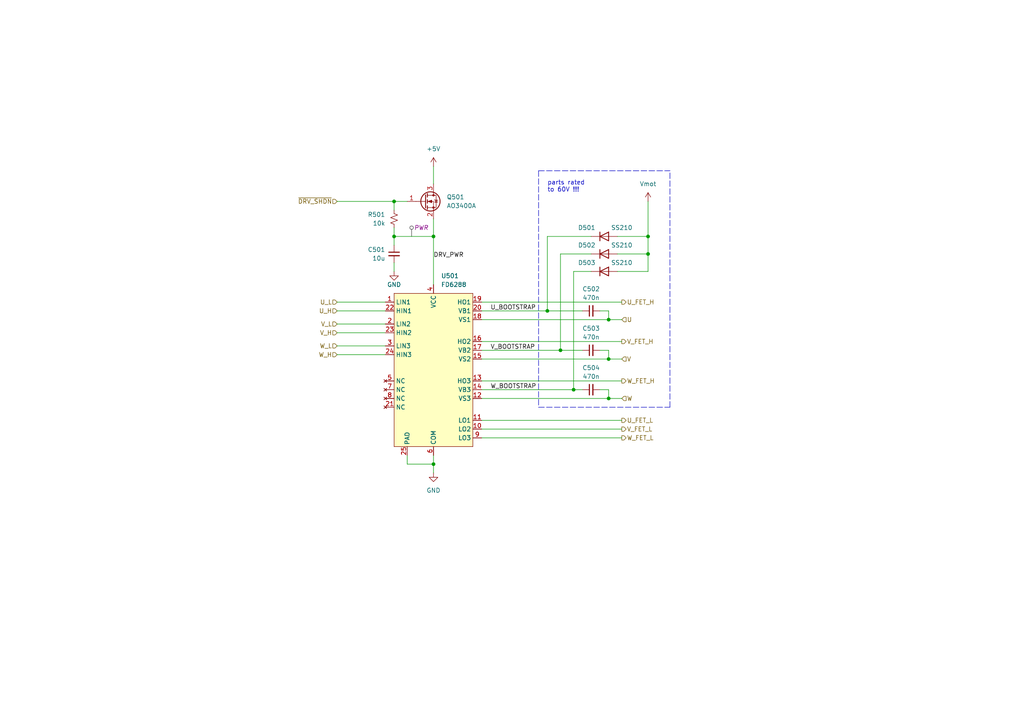
<source format=kicad_sch>
(kicad_sch (version 20230121) (generator eeschema)
  (paper "A4")
  (title_block (title "GATE DRIVER") (date "2023-10-11") (rev "0.1") (company "matei repair lab"))
  (lib_symbols
    (symbol "Device:C_Small" (pin_numbers hide) (pin_names (offset 0.254) hide)
      (property "Reference" "C" (at 0.254 1.778 0))
      (property "Value" "C_Small" (at 0.254 -2.032 0))
      (symbol "C_Small_0_1"
        (polyline (pts (xy -1.524 -0.508) (xy 1.524 -0.508)) (stroke (width 0.3302)))
        (polyline (pts (xy -1.524 0.508) (xy 1.524 0.508)) (stroke (width 0.3048)))
      )
      (symbol "C_Small_1_1"
        (pin passive line (at 0 2.54 270) (length 2.032) (name "~") (number "1"))
        (pin passive line (at 0 -2.54 90) (length 2.032) (name "~") (number "2"))
      )
    )
    (symbol "Device:D" (pin_numbers hide) (pin_names (offset 1.016) hide)
      (property "Reference" "D" (at 0 2.54 0))
      (property "Value" "D" (at 0 -2.54 0))
      (symbol "D_0_1"
        (polyline (pts (xy -1.27 1.27) (xy -1.27 -1.27)) (stroke (width 0.254)))
        (polyline (pts (xy 1.27 0) (xy -1.27 0)))
        (polyline (pts (xy 1.27 1.27) (xy 1.27 -1.27) (xy -1.27 0) (xy 1.27 1.27)) (stroke (width 0.254)))
      )
      (symbol "D_1_1"
        (pin passive line (at -3.81 0 0) (length 2.54) (name "K") (number "1"))
        (pin passive line (at 3.81 0 180) (length 2.54) (name "A") (number "2"))
      )
    )
    (symbol "Device:R_Small_US" (pin_numbers hide) (pin_names (offset 0.254) hide)
      (property "Reference" "R" (at 0.762 0.508 0))
      (property "Value" "R_Small_US" (at 0.762 -1.016 0))
      (symbol "R_Small_US_1_1"
        (polyline (pts (xy 0 0) (xy 1.016 -0.381) (xy 0 -0.762) (xy -1.016 -1.143) (xy 0 -1.524)))
        (polyline (pts (xy 0 1.524) (xy 1.016 1.143) (xy 0 0.762) (xy -1.016 0.381) (xy 0 0)))
        (pin passive line (at 0 2.54 270) (length 1.016) (name "~") (number "1"))
        (pin passive line (at 0 -2.54 90) (length 1.016) (name "~") (number "2"))
      )
    )
    (symbol "Transistor_FET:AO3400A" (pin_names hide)
      (property "Reference" "Q" (at 5.08 1.905 0))
      (property "Value" "AO3400A" (at 5.08 0 0))
      (symbol "AO3400A_0_1"
        (polyline (pts (xy 0.254 0) (xy -2.54 0)))
        (polyline (pts (xy 0.254 1.905) (xy 0.254 -1.905)) (stroke (width 0.254)))
        (polyline (pts (xy 0.762 -1.27) (xy 0.762 -2.286)) (stroke (width 0.254)))
        (polyline (pts (xy 0.762 0.508) (xy 0.762 -0.508)) (stroke (width 0.254)))
        (polyline (pts (xy 0.762 2.286) (xy 0.762 1.27)) (stroke (width 0.254)))
        (polyline (pts (xy 2.54 2.54) (xy 2.54 1.778)))
        (polyline (pts (xy 2.54 -2.54) (xy 2.54 0) (xy 0.762 0)))
        (polyline (pts (xy 0.762 -1.778) (xy 3.302 -1.778) (xy 3.302 1.778) (xy 0.762 1.778)))
        (polyline (pts (xy 1.016 0) (xy 2.032 0.381) (xy 2.032 -0.381) (xy 1.016 0)) (fill (type outline)))
        (polyline (pts (xy 2.794 0.508) (xy 2.921 0.381) (xy 3.683 0.381) (xy 3.81 0.254)))
        (polyline (pts (xy 3.302 0.381) (xy 2.921 -0.254) (xy 3.683 -0.254) (xy 3.302 0.381)))
        (circle (center 1.651 0) (radius 2.794) (stroke (width 0.254)))
        (circle (center 2.54 -1.778) (radius 0.254) (fill (type outline)))
        (circle (center 2.54 1.778) (radius 0.254) (fill (type outline)))
      )
      (symbol "AO3400A_1_1"
        (pin input line (at -5.08 0 0) (length 2.54) (name "G") (number "1"))
        (pin passive line (at 2.54 -5.08 90) (length 2.54) (name "S") (number "2"))
        (pin passive line (at 2.54 5.08 270) (length 2.54) (name "D") (number "3"))
      )
    )
    (symbol "matei:FD6288"
      (property "Reference" "U" (at 0 -7.62 0))
      (property "Value" "FD6288" (at 0 -10.16 0))
      (symbol "FD6288_0_0"
        (pin input line (at -13.97 11.43 0) (length 2.54) (name "LIN1") (number "1"))
        (pin output line (at 13.97 -25.4 180) (length 2.54) (name "LO2") (number "10"))
        (pin output line (at 13.97 -22.86 180) (length 2.54) (name "LO1") (number "11"))
        (pin input line (at 13.97 -16.51 180) (length 2.54) (name "VS3") (number "12"))
        (pin output line (at 13.97 -11.43 180) (length 2.54) (name "HO3") (number "13"))
        (pin input line (at 13.97 -13.97 180) (length 2.54) (name "VB3") (number "14"))
        (pin input line (at 13.97 -5.08 180) (length 2.54) (name "VS2") (number "15"))
        (pin output line (at 13.97 0 180) (length 2.54) (name "HO2") (number "16"))
        (pin input line (at 13.97 -2.54 180) (length 2.54) (name "VB2") (number "17"))
        (pin input line (at 13.97 6.35 180) (length 2.54) (name "VS1") (number "18"))
        (pin output line (at 13.97 11.43 180) (length 2.54) (name "HO1") (number "19"))
        (pin input line (at -13.97 5.08 0) (length 2.54) (name "LIN2") (number "2"))
        (pin input line (at 13.97 8.89 180) (length 2.54) (name "VB1") (number "20"))
        (pin input line (at -13.97 8.89 0) (length 2.54) (name "HIN1") (number "22"))
        (pin input line (at -13.97 2.54 0) (length 2.54) (name "HIN2") (number "23"))
        (pin input line (at -13.97 -3.81 0) (length 2.54) (name "HIN3") (number "24"))
        (pin input line (at -13.97 -1.27 0) (length 2.54) (name "LIN3") (number "3"))
        (pin power_in line (at 0 16.51 270) (length 2.54) (name "VCC") (number "4"))
        (pin power_out line (at 0 -33.02 90) (length 2.54) (name "COM") (number "6"))
        (pin output line (at 13.97 -27.94 180) (length 2.54) (name "LO3") (number "9"))
      )
      (symbol "FD6288_0_1"
        (rectangle (start -11.43 13.97) (end 11.43 -30.48) (fill (type background)))
      )
      (symbol "FD6288_1_0"
        (pin no_connect line (at -13.97 -19.05 0) (length 2.54) (name "NC") (number "21"))
        (pin no_connect line (at -13.97 -11.43 0) (length 2.54) (name "NC") (number "5"))
        (pin no_connect line (at -13.97 -13.97 0) (length 2.54) (name "NC") (number "7"))
        (pin no_connect line (at -13.97 -16.51 0) (length 2.54) (name "NC") (number "8"))
      )
      (symbol "FD6288_1_1"
        (pin power_out line (at -7.62 -33.02 90) (length 2.54) (name "PAD") (number "25"))
      )
    )
    (symbol "matei:Vmot" (power) (pin_names (offset 0))
      (property "Value" "Vmot" (at 0 3.81 0))
      (symbol "Vmot_0_1"
        (polyline (pts (xy -0.762 1.27) (xy 0 2.54)))
        (polyline (pts (xy 0 0) (xy 0 2.54)))
        (polyline (pts (xy 0 2.54) (xy 0.762 1.27)))
      )
      (symbol "Vmot_1_1"
        (pin power_in line (at 0 0 90) (length 0) hide (name "Vmot") (number "1"))
      )
    )
    (symbol "power:+5V" (power) (pin_names (offset 0))
      (property "Value" "+5V" (at 0 3.556 0))
      (symbol "+5V_0_1"
        (polyline (pts (xy -0.762 1.27) (xy 0 2.54)))
        (polyline (pts (xy 0 0) (xy 0 2.54)))
        (polyline (pts (xy 0 2.54) (xy 0.762 1.27)))
      )
      (symbol "+5V_1_1"
        (pin power_in line (at 0 0 90) (length 0) hide (name "+5V") (number "1"))
      )
    )
    (symbol "power:GND" (power) (pin_names (offset 0))
      (property "Value" "GND" (at 0 -3.81 0))
      (symbol "GND_0_1"
        (polyline (pts (xy 0 0) (xy 0 -1.27) (xy 1.27 -1.27) (xy 0 -2.54) (xy -1.27 -1.27) (xy 0 -1.27)))
      )
      (symbol "GND_1_1"
        (pin power_in line (at 0 0 270) (length 0) hide (name "GND") (number "1"))
      )
    )
  )
  (junction (at 187.96 68.58))
  (junction (at 176.53 92.71))
  (junction (at 176.53 115.57))
  (junction (at 125.73 68.58))
  (junction (at 158.75 90.17))
  (junction (at 166.37 113.03))
  (junction (at 176.53 104.14))
  (junction (at 125.73 134.62))
  (junction (at 114.3 58.42))
  (junction (at 114.3 68.58))
  (junction (at 187.96 73.66))
  (junction (at 162.56 101.6))
  (wire (pts (xy 97.79 93.98) (xy 111.76 93.98)))
  (wire (pts (xy 187.96 78.74) (xy 179.07 78.74)))
  (wire (pts (xy 114.3 68.58) (xy 114.3 71.12)))
  (wire (pts (xy 176.53 115.57) (xy 180.34 115.57)))
  (wire (pts (xy 171.45 68.58) (xy 158.75 68.58)))
  (wire (pts (xy 139.7 101.6) (xy 162.56 101.6)))
  (wire (pts (xy 125.73 63.5) (xy 125.73 68.58)))
  (wire (pts (xy 118.11 132.08) (xy 118.11 134.62)))
  (wire (pts (xy 176.53 90.17) (xy 176.53 92.71)))
  (wire (pts (xy 97.79 100.33) (xy 111.76 100.33)))
  (polyline (pts (xy 156.21 49.53) (xy 156.21 118.11)) (stroke (width 0) (type dash)))
  (wire (pts (xy 97.79 102.87) (xy 111.76 102.87)))
  (wire (pts (xy 187.96 58.42) (xy 187.96 68.58)))
  (wire (pts (xy 114.3 76.2) (xy 114.3 78.74)))
  (wire (pts (xy 118.11 134.62) (xy 125.73 134.62)))
  (wire (pts (xy 166.37 78.74) (xy 171.45 78.74)))
  (wire (pts (xy 166.37 78.74) (xy 166.37 113.03)))
  (wire (pts (xy 139.7 121.92) (xy 180.34 121.92)))
  (wire (pts (xy 114.3 66.04) (xy 114.3 68.58)))
  (wire (pts (xy 173.99 90.17) (xy 176.53 90.17)))
  (wire (pts (xy 97.79 96.52) (xy 111.76 96.52)))
  (wire (pts (xy 162.56 101.6) (xy 168.91 101.6)))
  (polyline (pts (xy 194.31 118.11) (xy 194.31 49.53)) (stroke (width 0) (type dash)))
  (wire (pts (xy 139.7 127) (xy 180.34 127)))
  (wire (pts (xy 139.7 99.06) (xy 180.34 99.06)))
  (wire (pts (xy 125.73 132.08) (xy 125.73 134.62)))
  (wire (pts (xy 125.73 68.58) (xy 125.73 82.55)))
  (wire (pts (xy 97.79 58.42) (xy 114.3 58.42)))
  (wire (pts (xy 114.3 58.42) (xy 114.3 60.96)))
  (polyline (pts (xy 156.21 118.11) (xy 194.31 118.11)) (stroke (width 0) (type dash)))
  (wire (pts (xy 139.7 92.71) (xy 176.53 92.71)))
  (polyline (pts (xy 156.21 49.53) (xy 194.31 49.53)) (stroke (width 0) (type dash)))
  (wire (pts (xy 158.75 90.17) (xy 168.91 90.17)))
  (wire (pts (xy 139.7 104.14) (xy 176.53 104.14)))
  (wire (pts (xy 139.7 90.17) (xy 158.75 90.17)))
  (wire (pts (xy 173.99 101.6) (xy 176.53 101.6)))
  (wire (pts (xy 187.96 73.66) (xy 187.96 68.58)))
  (wire (pts (xy 139.7 113.03) (xy 166.37 113.03)))
  (wire (pts (xy 139.7 110.49) (xy 180.34 110.49)))
  (wire (pts (xy 114.3 68.58) (xy 125.73 68.58)))
  (wire (pts (xy 162.56 73.66) (xy 162.56 101.6)))
  (wire (pts (xy 173.99 113.03) (xy 176.53 113.03)))
  (wire (pts (xy 166.37 113.03) (xy 168.91 113.03)))
  (wire (pts (xy 114.3 58.42) (xy 118.11 58.42)))
  (wire (pts (xy 176.53 113.03) (xy 176.53 115.57)))
  (wire (pts (xy 187.96 78.74) (xy 187.96 73.66)))
  (wire (pts (xy 176.53 92.71) (xy 180.34 92.71)))
  (wire (pts (xy 97.79 87.63) (xy 111.76 87.63)))
  (wire (pts (xy 139.7 124.46) (xy 180.34 124.46)))
  (wire (pts (xy 139.7 87.63) (xy 180.34 87.63)))
  (wire (pts (xy 176.53 101.6) (xy 176.53 104.14)))
  (wire (pts (xy 125.73 48.26) (xy 125.73 53.34)))
  (wire (pts (xy 187.96 73.66) (xy 179.07 73.66)))
  (wire (pts (xy 176.53 104.14) (xy 180.34 104.14)))
  (wire (pts (xy 158.75 68.58) (xy 158.75 90.17)))
  (wire (pts (xy 97.79 90.17) (xy 111.76 90.17)))
  (wire (pts (xy 125.73 134.62) (xy 125.73 137.16)))
  (wire (pts (xy 187.96 68.58) (xy 179.07 68.58)))
  (wire (pts (xy 139.7 115.57) (xy 176.53 115.57)))
  (wire (pts (xy 171.45 73.66) (xy 162.56 73.66)))
  (text "parts rated\nto 60V !!!" (at 158.75 55.88 0) (effects (font (size 1.27 1.27)) (justify left bottom)))
  (label "U_BOOTSTRAP" (at 142.24 90.17 0))
  (label "V_BOOTSTRAP" (at 142.24 101.6 0))
  (label "W_BOOTSTRAP" (at 142.24 113.03 0))
  (label "DRV_PWR" (at 125.73 74.93 0))
  (hierarchical_label "U" (shape input) (at 180.34 92.71 0))
  (hierarchical_label "V_FET_L" (shape output) (at 180.34 124.46 0))
  (hierarchical_label "W_L" (shape input) (at 97.79 100.33 180))
  (hierarchical_label "W_H" (shape input) (at 97.79 102.87 180))
  (hierarchical_label "W_FET_L" (shape output) (at 180.34 127 0))
  (hierarchical_label "W_FET_H" (shape output) (at 180.34 110.49 0))
  (hierarchical_label "W" (shape input) (at 180.34 115.57 0))
  (hierarchical_label "U_FET_H" (shape output) (at 180.34 87.63 0))
  (hierarchical_label "V_H" (shape input) (at 97.79 96.52 180))
  (hierarchical_label "V_FET_H" (shape output) (at 180.34 99.06 0))
  (hierarchical_label "~{DRV_SHDN}" (shape input) (at 97.79 58.42 180))
  (hierarchical_label "U_L" (shape input) (at 97.79 87.63 180))
  (hierarchical_label "U_FET_L" (shape output) (at 180.34 121.92 0))
  (hierarchical_label "U_H" (shape input) (at 97.79 90.17 180))
  (hierarchical_label "V" (shape input) (at 180.34 104.14 0))
  (hierarchical_label "V_L" (shape input) (at 97.79 93.98 180))
  (netclass_flag "" (length 2.54) (shape round) (at 119.38 68.58 0) (property "Netclass" "PWR" (at 120.0785 66.04 0) (effects (font italic) (justify left))))
  (symbol (lib_id "Device:D") (at 175.26 73.66 0) (unit 1)
    (property "Reference" "D502" (at 170.18 71.12 0))
    (property "Value" "SS210" (at 180.34 71.12 0))
    (property "Footprint" "Diode_SMD:D_SMA" (effects hide))
    (property "Sim.Device" "D" (effects hide))
    (property "Sim.Pins" "1=K 2=A" (effects hide))
    (property "LCSC Part" "C14996" (effects hide))
  )
  (symbol (lib_id "power:GND") (at 114.3 78.74 0) (unit 1)
    (property "Reference" "#PWR0501" (effects hide))
    (property "Value" "GND" (at 114.3 82.55 0))
  )
  (symbol (lib_id "power:GND") (at 125.73 137.16 0) (unit 1)
    (property "Reference" "#PWR0503" (effects hide))
    (property "Value" "GND" (at 125.73 142.24 0))
  )
  (symbol (lib_id "Device:C_Small") (at 171.45 90.17 90) (unit 1)
    (property "Reference" "C502" (at 171.4563 83.82 90))
    (property "Value" "470n" (at 171.4563 86.36 90))
    (property "Footprint" "Capacitor_SMD:C_0805_2012Metric" (effects hide))
    (property "LCSC Part" "C13967" (effects hide))
  )
  (symbol (lib_id "Device:C_Small") (at 171.45 101.6 90) (unit 1)
    (property "Reference" "C503" (at 171.4563 95.25 90))
    (property "Value" "470n" (at 171.4563 97.79 90))
    (property "Footprint" "Capacitor_SMD:C_0805_2012Metric" (effects hide))
    (property "LCSC Part" "C13967" (effects hide))
  )
  (symbol (lib_id "matei:FD6288") (at 125.73 99.06 0) (unit 1)
    (property "Reference" "U501" (at 127.9241 80.01 0) (effects (justify left)))
    (property "Value" "FD6288" (at 127.9241 82.55 0) (effects (justify left)))
    (property "Footprint" "Package_DFN_QFN:QFN-24-1EP_4x4mm_P0.5mm_EP2.6x2.6mm" (effects hide))
    (property "Datasheet" "https://datasheet.lcsc.com/lcsc/1811131655_Fortior-Tech-FD6288Q_C328453.pdf" (effects hide))
    (property "LCSC Part" "C328453" (effects hide))
  )
  (symbol (lib_id "Device:D") (at 175.26 78.74 0) (unit 1)
    (property "Reference" "D503" (at 170.18 76.2 0))
    (property "Value" "SS210" (at 180.34 76.2 0))
    (property "Footprint" "Diode_SMD:D_SMA" (effects hide))
    (property "Sim.Device" "D" (effects hide))
    (property "Sim.Pins" "1=K 2=A" (effects hide))
    (property "LCSC Part" "C14996" (effects hide))
  )
  (symbol (lib_id "Transistor_FET:AO3400A") (at 123.19 58.42 0) (unit 1)
    (property "Reference" "Q501" (at 129.54 57.15 0) (effects (justify left)))
    (property "Value" "AO3400A" (at 129.54 59.69 0) (effects (justify left)))
    (property "Footprint" "Package_TO_SOT_SMD:SOT-23" (effects hide))
    (property "Datasheet" "http://www.aosmd.com/pdfs/datasheet/AO3400A.pdf" (effects hide))
    (property "LCSC Part" "C20917" (effects hide))
  )
  (symbol (lib_id "power:+5V") (at 125.73 48.26 0) (unit 1)
    (property "Reference" "#PWR0502" (effects hide))
    (property "Value" "+5V" (at 125.73 43.18 0))
  )
  (symbol (lib_id "Device:D") (at 175.26 68.58 0) (unit 1)
    (property "Reference" "D501" (at 170.18 66.04 0))
    (property "Value" "SS210" (at 180.34 66.04 0))
    (property "Footprint" "Diode_SMD:D_SMA" (effects hide))
    (property "Sim.Device" "D" (effects hide))
    (property "Sim.Pins" "1=K 2=A" (effects hide))
    (property "LCSC Part" "C14996" (effects hide))
  )
  (symbol (lib_id "matei:Vmot") (at 187.96 58.42 0) (unit 1)
    (property "Reference" "#PWR0504" (effects hide))
    (property "Value" "Vmot" (at 187.96 53.34 0))
  )
  (symbol (lib_id "Device:C_Small") (at 171.45 113.03 90) (unit 1)
    (property "Reference" "C504" (at 171.4563 106.68 90))
    (property "Value" "470n" (at 171.4563 109.22 90))
    (property "Footprint" "Capacitor_SMD:C_0805_2012Metric" (effects hide))
    (property "LCSC Part" "C13967" (effects hide))
  )
  (symbol (lib_id "Device:C_Small") (at 114.3 73.66 0) (unit 1)
    (property "Reference" "C501" (at 111.76 72.3963 0) (effects (justify right)))
    (property "Value" "10u" (at 111.76 74.9363 0) (effects (justify right)))
    (property "Footprint" "Capacitor_SMD:C_0805_2012Metric" (effects hide))
    (property "LCSC Part" "C440198" (effects hide))
  )
  (symbol (lib_id "Device:R_Small_US") (at 114.3 63.5 0) (unit 1)
    (property "Reference" "R501" (at 111.76 62.23 0) (effects (justify right)))
    (property "Value" "10k" (at 111.76 64.77 0) (effects (justify right)))
    (property "Footprint" "Resistor_SMD:R_0402_1005Metric" (effects hide))
    (property "LCSC Part" "C25744" (effects hide))
  )
)
</source>
